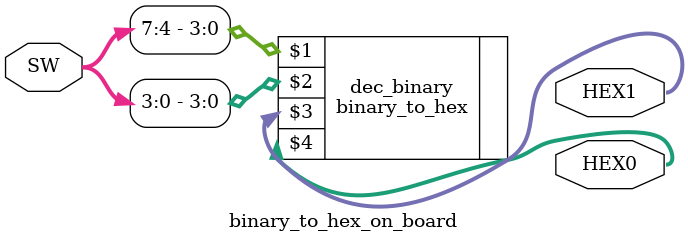
<source format=v>
module binary_to_hex_on_board (input [7:0] SW,
											output [0:6] HEX1, HEX0);
										
	binary_to_hex dec_binary(SW[7:4], SW[3:0], HEX1[0:6], HEX0[0:6]);
	
endmodule

</source>
